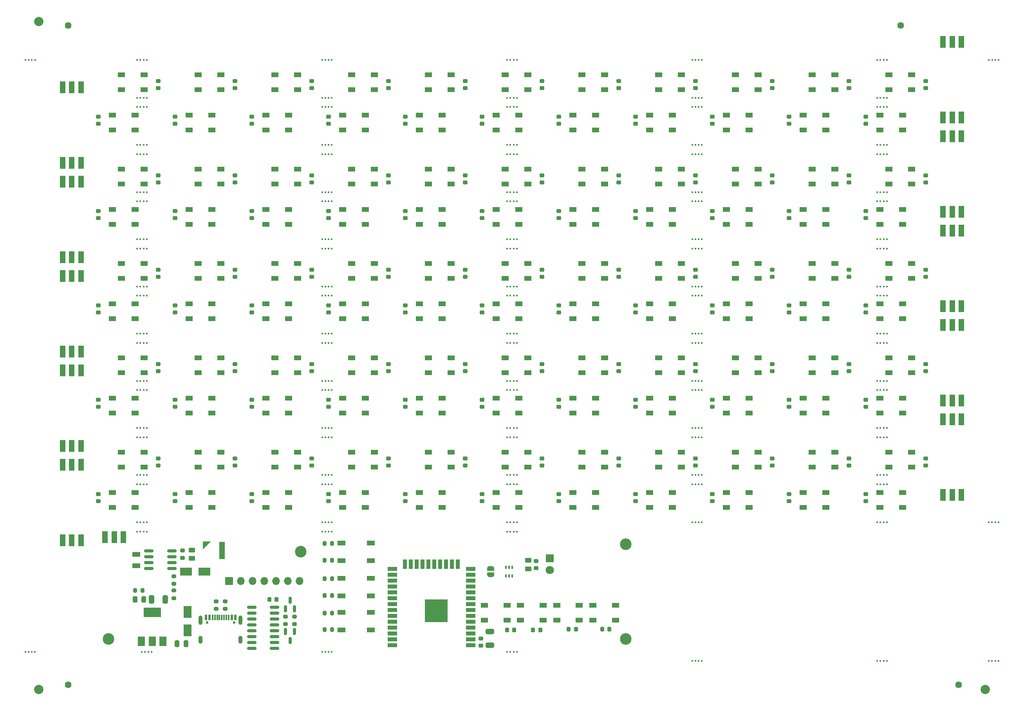
<source format=gts>
G04 #@! TF.GenerationSoftware,KiCad,Pcbnew,(6.0.2)*
G04 #@! TF.CreationDate,2022-08-28T20:21:12+12:00*
G04 #@! TF.ProjectId,Wordclock,576f7264-636c-46f6-936b-2e6b69636164,1*
G04 #@! TF.SameCoordinates,Original*
G04 #@! TF.FileFunction,Soldermask,Top*
G04 #@! TF.FilePolarity,Negative*
%FSLAX46Y46*%
G04 Gerber Fmt 4.6, Leading zero omitted, Abs format (unit mm)*
G04 Created by KiCad (PCBNEW (6.0.2)) date 2022-08-28 20:21:12*
%MOMM*%
%LPD*%
G01*
G04 APERTURE LIST*
G04 Aperture macros list*
%AMRoundRect*
0 Rectangle with rounded corners*
0 $1 Rounding radius*
0 $2 $3 $4 $5 $6 $7 $8 $9 X,Y pos of 4 corners*
0 Add a 4 corners polygon primitive as box body*
4,1,4,$2,$3,$4,$5,$6,$7,$8,$9,$2,$3,0*
0 Add four circle primitives for the rounded corners*
1,1,$1+$1,$2,$3*
1,1,$1+$1,$4,$5*
1,1,$1+$1,$6,$7*
1,1,$1+$1,$8,$9*
0 Add four rect primitives between the rounded corners*
20,1,$1+$1,$2,$3,$4,$5,0*
20,1,$1+$1,$4,$5,$6,$7,0*
20,1,$1+$1,$6,$7,$8,$9,0*
20,1,$1+$1,$8,$9,$2,$3,0*%
%AMOutline4P*
0 Free polygon, 4 corners , with rotation*
0 The origin of the aperture is its center*
0 number of corners: always 4*
0 $1 to $8 corner X, Y*
0 $9 Rotation angle, in degrees counterclockwise*
0 create outline with 4 corners*
4,1,4,$1,$2,$3,$4,$5,$6,$7,$8,$1,$2,$9*%
%AMFreePoly0*
4,1,22,0.500000,-0.750000,0.000000,-0.750000,0.000000,-0.745033,-0.079941,-0.743568,-0.215256,-0.701293,-0.333266,-0.622738,-0.424486,-0.514219,-0.481581,-0.384460,-0.499164,-0.250000,-0.500000,-0.250000,-0.500000,0.250000,-0.499164,0.250000,-0.499963,0.256109,-0.478152,0.396186,-0.417904,0.524511,-0.324060,0.630769,-0.204165,0.706417,-0.067858,0.745374,0.000000,0.744959,0.000000,0.750000,
0.500000,0.750000,0.500000,-0.750000,0.500000,-0.750000,$1*%
%AMFreePoly1*
4,1,20,0.000000,0.744959,0.073905,0.744508,0.209726,0.703889,0.328688,0.626782,0.421226,0.519385,0.479903,0.390333,0.500000,0.250000,0.500000,-0.250000,0.499851,-0.262216,0.476331,-0.402017,0.414519,-0.529596,0.319384,-0.634700,0.198574,-0.708877,0.061801,-0.746166,0.000000,-0.745033,0.000000,-0.750000,-0.500000,-0.750000,-0.500000,0.750000,0.000000,0.750000,0.000000,0.744959,
0.000000,0.744959,$1*%
G04 Aperture macros list end*
%ADD10RoundRect,0.150000X-0.825000X-0.150000X0.825000X-0.150000X0.825000X0.150000X-0.825000X0.150000X0*%
%ADD11C,0.400000*%
%ADD12RoundRect,0.225000X-0.250000X0.225000X-0.250000X-0.225000X0.250000X-0.225000X0.250000X0.225000X0*%
%ADD13R,1.800000X1.800000*%
%ADD14C,1.800000*%
%ADD15R,1.500000X1.000000*%
%ADD16C,2.000000*%
%ADD17RoundRect,0.225000X0.250000X-0.225000X0.250000X0.225000X-0.250000X0.225000X-0.250000X-0.225000X0*%
%ADD18RoundRect,0.200000X0.200000X0.275000X-0.200000X0.275000X-0.200000X-0.275000X0.200000X-0.275000X0*%
%ADD19FreePoly0,270.000000*%
%ADD20FreePoly1,270.000000*%
%ADD21RoundRect,0.200000X-0.275000X0.200000X-0.275000X-0.200000X0.275000X-0.200000X0.275000X0.200000X0*%
%ADD22R,1.800000X1.000000*%
%ADD23C,1.448000*%
%ADD24R,1.200000X2.500000*%
%ADD25C,2.500000*%
%ADD26RoundRect,0.250000X0.450000X-0.262500X0.450000X0.262500X-0.450000X0.262500X-0.450000X-0.262500X0*%
%ADD27RoundRect,0.200000X-0.200000X-0.275000X0.200000X-0.275000X0.200000X0.275000X-0.200000X0.275000X0*%
%ADD28R,1.700000X1.000000*%
%ADD29R,1.700000X1.700000*%
%ADD30O,1.700000X1.700000*%
%ADD31RoundRect,0.225000X0.225000X0.250000X-0.225000X0.250000X-0.225000X-0.250000X0.225000X-0.250000X0*%
%ADD32RoundRect,0.200000X0.275000X-0.200000X0.275000X0.200000X-0.275000X0.200000X-0.275000X-0.200000X0*%
%ADD33RoundRect,0.243750X0.243750X0.456250X-0.243750X0.456250X-0.243750X-0.456250X0.243750X-0.456250X0*%
%ADD34R,0.400000X0.650000*%
%ADD35R,2.000000X0.900000*%
%ADD36R,0.900000X2.000000*%
%ADD37R,5.000000X5.000000*%
%ADD38C,0.600000*%
%ADD39R,0.600000X1.160000*%
%ADD40R,0.300000X1.160000*%
%ADD41O,0.900000X1.700000*%
%ADD42O,0.900000X2.000000*%
%ADD43RoundRect,0.250000X-0.325000X-0.650000X0.325000X-0.650000X0.325000X0.650000X-0.325000X0.650000X0*%
%ADD44RoundRect,0.150000X0.150000X-0.587500X0.150000X0.587500X-0.150000X0.587500X-0.150000X-0.587500X0*%
%ADD45Outline4P,-1.299500X-0.650000X1.299500X-0.650000X0.000500X0.650000X-0.000500X0.650000X45.000000*%
%ADD46R,1.200000X3.700000*%
%ADD47RoundRect,0.150000X-0.150000X0.587500X-0.150000X-0.587500X0.150000X-0.587500X0.150000X0.587500X0*%
%ADD48R,2.500000X1.800000*%
%ADD49R,1.800000X2.500000*%
%ADD50RoundRect,0.225000X-0.225000X-0.250000X0.225000X-0.250000X0.225000X0.250000X-0.225000X0.250000X0*%
%ADD51RoundRect,0.250000X-0.250000X-0.475000X0.250000X-0.475000X0.250000X0.475000X-0.250000X0.475000X0*%
%ADD52RoundRect,0.250000X-0.650000X0.325000X-0.650000X-0.325000X0.650000X-0.325000X0.650000X0.325000X0*%
%ADD53R,1.500000X2.000000*%
%ADD54R,3.800000X2.000000*%
G04 APERTURE END LIST*
D10*
X82175000Y-150755000D03*
X82175000Y-152025000D03*
X82175000Y-153295000D03*
X82175000Y-154565000D03*
X82175000Y-155835000D03*
X82175000Y-157105000D03*
X82175000Y-158375000D03*
X82175000Y-159645000D03*
X87125000Y-159645000D03*
X87125000Y-158375000D03*
X87125000Y-157105000D03*
X87125000Y-155835000D03*
X87125000Y-154565000D03*
X87125000Y-153295000D03*
X87125000Y-152025000D03*
X87125000Y-150755000D03*
D11*
X57400000Y-63000000D03*
X58800000Y-61000000D03*
X59500000Y-63000000D03*
X57400000Y-61000000D03*
X58100000Y-63000000D03*
X59500000Y-61000000D03*
X58100000Y-61000000D03*
X58800000Y-63000000D03*
D12*
X131975000Y-65075000D03*
X131975000Y-66625000D03*
D11*
X242950000Y-162400000D03*
X242250000Y-162400000D03*
X241550000Y-162400000D03*
X243650000Y-162400000D03*
D13*
X146653965Y-140173446D03*
D14*
X146653965Y-142713446D03*
D11*
X178100000Y-32400000D03*
X177400000Y-32400000D03*
X179500000Y-32400000D03*
X178800000Y-32400000D03*
D15*
X151625000Y-125950000D03*
X151625000Y-129150000D03*
X156525000Y-129150000D03*
X156525000Y-125950000D03*
D16*
X36125000Y-24100000D03*
D15*
X201425000Y-125950000D03*
X201425000Y-129150000D03*
X206325000Y-129150000D03*
X206325000Y-125950000D03*
X224875000Y-100050000D03*
X224875000Y-96850000D03*
X219975000Y-96850000D03*
X219975000Y-100050000D03*
D12*
X165175000Y-105875000D03*
X165175000Y-107425000D03*
D17*
X161525000Y-99725000D03*
X161525000Y-98175000D03*
D11*
X35320000Y-160410000D03*
X34620000Y-160410000D03*
X33920000Y-160410000D03*
X33220000Y-160410000D03*
D12*
X181775000Y-126275000D03*
X181775000Y-127825000D03*
D17*
X61925000Y-38525000D03*
X61925000Y-36975000D03*
D18*
X99575000Y-155600000D03*
X97925000Y-155600000D03*
D19*
X133828965Y-142408446D03*
D20*
X133828965Y-143708446D03*
D12*
X65575000Y-65075000D03*
X65575000Y-66625000D03*
D15*
X85225000Y-64750000D03*
X85225000Y-67950000D03*
X90125000Y-67950000D03*
X90125000Y-64750000D03*
D11*
X137400000Y-83400000D03*
X138800000Y-83400000D03*
X138800000Y-81400000D03*
X139500000Y-81400000D03*
X138100000Y-83400000D03*
X139500000Y-83400000D03*
X138100000Y-81400000D03*
X137400000Y-81400000D03*
D21*
X76450000Y-149475000D03*
X76450000Y-151125000D03*
D15*
X108675000Y-100050000D03*
X108675000Y-96850000D03*
X103775000Y-96850000D03*
X103775000Y-100050000D03*
D11*
X178800000Y-81400000D03*
X178100000Y-83400000D03*
X179500000Y-81400000D03*
X178800000Y-83400000D03*
X177400000Y-83400000D03*
X177400000Y-81400000D03*
X178100000Y-81400000D03*
X179500000Y-83400000D03*
D12*
X65575000Y-105875000D03*
X65575000Y-107425000D03*
D17*
X67205000Y-140080000D03*
X67205000Y-138530000D03*
D11*
X178100000Y-71200000D03*
X178800000Y-73200000D03*
X178800000Y-71200000D03*
X178100000Y-73200000D03*
X179500000Y-71200000D03*
X177400000Y-71200000D03*
X179500000Y-73200000D03*
X177400000Y-73200000D03*
X217400000Y-50800000D03*
X219500000Y-50800000D03*
X219500000Y-52800000D03*
X217400000Y-52800000D03*
X218100000Y-52800000D03*
X218100000Y-50800000D03*
X218800000Y-52800000D03*
X218800000Y-50800000D03*
D15*
X58875000Y-100050000D03*
X58875000Y-96850000D03*
X53975000Y-96850000D03*
X53975000Y-100050000D03*
D18*
X99575000Y-148200000D03*
X97925000Y-148200000D03*
D11*
X219500000Y-132400000D03*
X218800000Y-132400000D03*
X217400000Y-132400000D03*
X218100000Y-132400000D03*
D15*
X85225000Y-44350000D03*
X85225000Y-47550000D03*
X90125000Y-47550000D03*
X90125000Y-44350000D03*
X224875000Y-120450000D03*
X224875000Y-117250000D03*
X219975000Y-117250000D03*
X219975000Y-120450000D03*
D22*
X57205000Y-141808446D03*
X57205000Y-139308446D03*
D11*
X98100000Y-50800000D03*
X97400000Y-52800000D03*
X98800000Y-50800000D03*
X97400000Y-50800000D03*
X99500000Y-50800000D03*
X99500000Y-52800000D03*
X98100000Y-52800000D03*
X98800000Y-52800000D03*
D15*
X168225000Y-105550000D03*
X168225000Y-108750000D03*
X173125000Y-108750000D03*
X173125000Y-105550000D03*
D17*
X194725000Y-99725000D03*
X194725000Y-98175000D03*
D15*
X158475000Y-79650000D03*
X158475000Y-76450000D03*
X153575000Y-76450000D03*
X153575000Y-79650000D03*
D23*
X222500000Y-25000000D03*
D15*
X52025000Y-125950000D03*
X52025000Y-129150000D03*
X56925000Y-129150000D03*
X56925000Y-125950000D03*
D24*
X235625000Y-44850000D03*
X233625000Y-44850000D03*
X231625000Y-44850000D03*
D11*
X58800000Y-40600000D03*
X59500000Y-42600000D03*
X59500000Y-40600000D03*
X57400000Y-40600000D03*
X57400000Y-42600000D03*
X58100000Y-40600000D03*
X58100000Y-42600000D03*
X58800000Y-42600000D03*
D12*
X82175000Y-65075000D03*
X82175000Y-66625000D03*
D17*
X194725000Y-38525000D03*
X194725000Y-36975000D03*
D12*
X181775000Y-44675000D03*
X181775000Y-46225000D03*
X48975000Y-105875000D03*
X48975000Y-107425000D03*
D17*
X161525000Y-79325000D03*
X161525000Y-77775000D03*
D15*
X68625000Y-85150000D03*
X68625000Y-88350000D03*
X73525000Y-88350000D03*
X73525000Y-85150000D03*
D17*
X128325000Y-99725000D03*
X128325000Y-98175000D03*
D11*
X243670000Y-32400000D03*
X241570000Y-32400000D03*
X242270000Y-32400000D03*
X242970000Y-32400000D03*
D15*
X68625000Y-105550000D03*
X68625000Y-108750000D03*
X73525000Y-108750000D03*
X73525000Y-105550000D03*
D12*
X48975000Y-85475000D03*
X48975000Y-87025000D03*
D25*
X163050000Y-157650000D03*
D17*
X61925000Y-58925000D03*
X61925000Y-57375000D03*
X95125000Y-79325000D03*
X95125000Y-77775000D03*
D12*
X148575000Y-105875000D03*
X148575000Y-107425000D03*
D11*
X218800000Y-162400000D03*
X218100000Y-162400000D03*
X219500000Y-162400000D03*
X217400000Y-162400000D03*
D12*
X214975000Y-85475000D03*
X214975000Y-87025000D03*
D15*
X135025000Y-125950000D03*
X135025000Y-129150000D03*
X139925000Y-129150000D03*
X139925000Y-125950000D03*
D12*
X148575000Y-44675000D03*
X148575000Y-46225000D03*
X214975000Y-44675000D03*
X214975000Y-46225000D03*
D11*
X179500000Y-132400000D03*
X178800000Y-132400000D03*
X178100000Y-132400000D03*
X177400000Y-132400000D03*
D24*
X235625000Y-85650000D03*
X233625000Y-85650000D03*
X231625000Y-85650000D03*
D15*
X224875000Y-79650000D03*
X224875000Y-76450000D03*
X219975000Y-76450000D03*
X219975000Y-79650000D03*
D12*
X148575000Y-85475000D03*
X148575000Y-87025000D03*
D17*
X111725000Y-99725000D03*
X111725000Y-98175000D03*
D15*
X75475000Y-120450000D03*
X75475000Y-117250000D03*
X70575000Y-117250000D03*
X70575000Y-120450000D03*
X208275000Y-100050000D03*
X208275000Y-96850000D03*
X203375000Y-96850000D03*
X203375000Y-100050000D03*
X92075000Y-120450000D03*
X92075000Y-117250000D03*
X87175000Y-117250000D03*
X87175000Y-120450000D03*
D17*
X178125000Y-79325000D03*
X178125000Y-77775000D03*
D12*
X98775000Y-85475000D03*
X98775000Y-87025000D03*
D10*
X59930000Y-138600000D03*
X59930000Y-139870000D03*
X59930000Y-141140000D03*
X59930000Y-142410000D03*
X64880000Y-142410000D03*
X64880000Y-141140000D03*
X64880000Y-139870000D03*
X64880000Y-138600000D03*
D17*
X78525000Y-120125000D03*
X78525000Y-118575000D03*
D15*
X151625000Y-105550000D03*
X151625000Y-108750000D03*
X156525000Y-108750000D03*
X156525000Y-105550000D03*
D26*
X141978965Y-142470946D03*
X141978965Y-140645946D03*
D21*
X91450000Y-152775000D03*
X91450000Y-154425000D03*
D12*
X181775000Y-65075000D03*
X181775000Y-66625000D03*
D27*
X97925000Y-137000000D03*
X99575000Y-137000000D03*
D12*
X198375000Y-85475000D03*
X198375000Y-87025000D03*
D15*
X184825000Y-125950000D03*
X184825000Y-129150000D03*
X189725000Y-129150000D03*
X189725000Y-125950000D03*
X175075000Y-38850000D03*
X175075000Y-35650000D03*
X170175000Y-35650000D03*
X170175000Y-38850000D03*
X168225000Y-64750000D03*
X168225000Y-67950000D03*
X173125000Y-67950000D03*
X173125000Y-64750000D03*
D11*
X217400000Y-32400000D03*
X218800000Y-32400000D03*
X218100000Y-32400000D03*
X219500000Y-32400000D03*
D28*
X107900000Y-144500000D03*
X101600000Y-144500000D03*
X101600000Y-148300000D03*
X107900000Y-148300000D03*
D11*
X98100000Y-93600000D03*
X98800000Y-91600000D03*
X97400000Y-91600000D03*
X99500000Y-93600000D03*
X98100000Y-91600000D03*
X98800000Y-93600000D03*
X99500000Y-91600000D03*
X97400000Y-93600000D03*
D16*
X36125000Y-168550000D03*
D15*
X108675000Y-79650000D03*
X108675000Y-76450000D03*
X103775000Y-76450000D03*
X103775000Y-79650000D03*
D11*
X33230000Y-32400000D03*
X33930000Y-32400000D03*
X35330000Y-32400000D03*
X34630000Y-32400000D03*
D24*
X41275000Y-79150000D03*
X43275000Y-79150000D03*
X45275000Y-79150000D03*
D11*
X138800000Y-32400000D03*
X138100000Y-32400000D03*
X137400000Y-32400000D03*
X139500000Y-32400000D03*
X178100000Y-122200000D03*
X177400000Y-124200000D03*
X177400000Y-122200000D03*
X179500000Y-122200000D03*
X179500000Y-124200000D03*
X178800000Y-122200000D03*
X178100000Y-124200000D03*
X178800000Y-124200000D03*
D15*
X92075000Y-100050000D03*
X92075000Y-96850000D03*
X87175000Y-96850000D03*
X87175000Y-100050000D03*
D11*
X99500000Y-61000000D03*
X98100000Y-61000000D03*
X98800000Y-61000000D03*
X98800000Y-63000000D03*
X97400000Y-61000000D03*
X98100000Y-63000000D03*
X97400000Y-63000000D03*
X99500000Y-63000000D03*
X218800000Y-103800000D03*
X217400000Y-103800000D03*
X217400000Y-101800000D03*
X218100000Y-101800000D03*
X219500000Y-101800000D03*
X219500000Y-103800000D03*
X218100000Y-103800000D03*
X218800000Y-101800000D03*
D17*
X178125000Y-120125000D03*
X178125000Y-118575000D03*
D29*
X77238965Y-145108446D03*
D30*
X79778965Y-145108446D03*
X82318965Y-145108446D03*
X84858965Y-145108446D03*
X87398965Y-145108446D03*
X89938965Y-145108446D03*
X92478965Y-145108446D03*
D15*
X218025000Y-44350000D03*
X218025000Y-47550000D03*
X222925000Y-47550000D03*
X222925000Y-44350000D03*
D11*
X58800000Y-114000000D03*
X59500000Y-112000000D03*
X58100000Y-112000000D03*
X57400000Y-114000000D03*
X58100000Y-114000000D03*
X57400000Y-112000000D03*
X58800000Y-112000000D03*
X59500000Y-114000000D03*
D21*
X74450000Y-149475000D03*
X74450000Y-151125000D03*
D15*
X184825000Y-105550000D03*
X184825000Y-108750000D03*
X189725000Y-108750000D03*
X189725000Y-105550000D03*
D11*
X178100000Y-63000000D03*
X179500000Y-61000000D03*
X178100000Y-61000000D03*
X178800000Y-63000000D03*
X177400000Y-61000000D03*
X178800000Y-61000000D03*
X177400000Y-63000000D03*
X179500000Y-63000000D03*
D17*
X161525000Y-120125000D03*
X161525000Y-118575000D03*
D15*
X118425000Y-85150000D03*
X118425000Y-88350000D03*
X123325000Y-88350000D03*
X123325000Y-85150000D03*
D27*
X56928965Y-147108446D03*
X58578965Y-147108446D03*
D24*
X41275000Y-99550000D03*
X43275000Y-99550000D03*
X45275000Y-99550000D03*
D12*
X165175000Y-44675000D03*
X165175000Y-46225000D03*
D15*
X75475000Y-100050000D03*
X75475000Y-96850000D03*
X70575000Y-96850000D03*
X70575000Y-100050000D03*
D17*
X178125000Y-99725000D03*
X178125000Y-98175000D03*
D31*
X152253965Y-155558446D03*
X150703965Y-155558446D03*
D15*
X175075000Y-59250000D03*
X175075000Y-56050000D03*
X170175000Y-56050000D03*
X170175000Y-59250000D03*
D24*
X41275000Y-119950000D03*
X43275000Y-119950000D03*
X45275000Y-119950000D03*
D11*
X139500000Y-63000000D03*
X139500000Y-61000000D03*
X138800000Y-63000000D03*
X138100000Y-61000000D03*
X138800000Y-61000000D03*
X138100000Y-63000000D03*
X137400000Y-61000000D03*
X137400000Y-63000000D03*
D24*
X235625000Y-89700000D03*
X233625000Y-89700000D03*
X231625000Y-89700000D03*
D15*
X145203965Y-153558446D03*
X145203965Y-150358446D03*
X140303965Y-150358446D03*
X140303965Y-153558446D03*
D17*
X144925000Y-120125000D03*
X144925000Y-118575000D03*
D11*
X218100000Y-71200000D03*
X218100000Y-73200000D03*
X218800000Y-73200000D03*
X217400000Y-73200000D03*
X217400000Y-71200000D03*
X219500000Y-71200000D03*
X218800000Y-71200000D03*
X219500000Y-73200000D03*
D15*
X101825000Y-44350000D03*
X101825000Y-47550000D03*
X106725000Y-47550000D03*
X106725000Y-44350000D03*
X58875000Y-59250000D03*
X58875000Y-56050000D03*
X53975000Y-56050000D03*
X53975000Y-59250000D03*
D32*
X89450000Y-154425000D03*
X89450000Y-152775000D03*
D11*
X137400000Y-93600000D03*
X139500000Y-93600000D03*
X138100000Y-93600000D03*
X138800000Y-91600000D03*
X137400000Y-91600000D03*
X139500000Y-91600000D03*
X138800000Y-93600000D03*
X138100000Y-91600000D03*
D15*
X201425000Y-85150000D03*
X201425000Y-88350000D03*
X206325000Y-88350000D03*
X206325000Y-85150000D03*
X58875000Y-38850000D03*
X58875000Y-35650000D03*
X53975000Y-35650000D03*
X53975000Y-38850000D03*
D17*
X227925000Y-38525000D03*
X227925000Y-36975000D03*
D33*
X58803965Y-149108446D03*
X56928965Y-149108446D03*
D12*
X98775000Y-126275000D03*
X98775000Y-127825000D03*
D15*
X125275000Y-120450000D03*
X125275000Y-117250000D03*
X120375000Y-117250000D03*
X120375000Y-120450000D03*
D34*
X138478965Y-142108446D03*
X137828965Y-142108446D03*
X137178965Y-142108446D03*
X137178965Y-144008446D03*
X137828965Y-144008446D03*
X138478965Y-144008446D03*
D15*
X75475000Y-79650000D03*
X75475000Y-76450000D03*
X70575000Y-76450000D03*
X70575000Y-79650000D03*
X151625000Y-64750000D03*
X151625000Y-67950000D03*
X156525000Y-67950000D03*
X156525000Y-64750000D03*
X168225000Y-85150000D03*
X168225000Y-88350000D03*
X173125000Y-88350000D03*
X173125000Y-85150000D03*
X151625000Y-44350000D03*
X151625000Y-47550000D03*
X156525000Y-47550000D03*
X156525000Y-44350000D03*
D12*
X48975000Y-126275000D03*
X48975000Y-127825000D03*
D15*
X108675000Y-59250000D03*
X108675000Y-56050000D03*
X103775000Y-56050000D03*
X103775000Y-59250000D03*
D17*
X61925000Y-99725000D03*
X61925000Y-98175000D03*
D12*
X131975000Y-126275000D03*
X131975000Y-127825000D03*
D15*
X141875000Y-100050000D03*
X141875000Y-96850000D03*
X136975000Y-96850000D03*
X136975000Y-100050000D03*
D12*
X115375000Y-126275000D03*
X115375000Y-127825000D03*
D15*
X208275000Y-79650000D03*
X208275000Y-76450000D03*
X203375000Y-76450000D03*
X203375000Y-79650000D03*
D12*
X131975000Y-105875000D03*
X131975000Y-107425000D03*
D15*
X85225000Y-85150000D03*
X85225000Y-88350000D03*
X90125000Y-88350000D03*
X90125000Y-85150000D03*
D17*
X161525000Y-38525000D03*
X161525000Y-36975000D03*
D15*
X92075000Y-38850000D03*
X92075000Y-35650000D03*
X87175000Y-35650000D03*
X87175000Y-38850000D03*
D21*
X65350000Y-144075000D03*
X65350000Y-145725000D03*
D23*
X42500000Y-167500000D03*
D15*
X125275000Y-59250000D03*
X125275000Y-56050000D03*
X120375000Y-56050000D03*
X120375000Y-59250000D03*
D12*
X198375000Y-105875000D03*
X198375000Y-107425000D03*
D15*
X68625000Y-125950000D03*
X68625000Y-129150000D03*
X73525000Y-129150000D03*
X73525000Y-125950000D03*
D17*
X144925000Y-79325000D03*
X144925000Y-77775000D03*
X144925000Y-38525000D03*
X144925000Y-36975000D03*
X111725000Y-38525000D03*
X111725000Y-36975000D03*
D15*
X208275000Y-59250000D03*
X208275000Y-56050000D03*
X203375000Y-56050000D03*
X203375000Y-59250000D03*
D25*
X51200000Y-157650000D03*
D24*
X41275000Y-115900000D03*
X43275000Y-115900000D03*
X45275000Y-115900000D03*
D15*
X168225000Y-125950000D03*
X168225000Y-129150000D03*
X173125000Y-129150000D03*
X173125000Y-125950000D03*
D35*
X129550000Y-159000000D03*
X129550000Y-157730000D03*
X129550000Y-156460000D03*
X129550000Y-155190000D03*
X129550000Y-153920000D03*
X129550000Y-152650000D03*
X129550000Y-151380000D03*
X129550000Y-150110000D03*
X129550000Y-148840000D03*
X129550000Y-147570000D03*
X129550000Y-146300000D03*
X129550000Y-145030000D03*
X129550000Y-143760000D03*
X129550000Y-142490000D03*
D36*
X126765000Y-141490000D03*
X125495000Y-141490000D03*
X124225000Y-141490000D03*
X122955000Y-141490000D03*
X121685000Y-141490000D03*
X120415000Y-141490000D03*
X119145000Y-141490000D03*
X117875000Y-141490000D03*
X116605000Y-141490000D03*
X115335000Y-141490000D03*
D35*
X112550000Y-142490000D03*
X112550000Y-143760000D03*
X112550000Y-145030000D03*
X112550000Y-146300000D03*
X112550000Y-147570000D03*
X112550000Y-148840000D03*
X112550000Y-150110000D03*
X112550000Y-151380000D03*
X112550000Y-152650000D03*
X112550000Y-153920000D03*
X112550000Y-155190000D03*
X112550000Y-156460000D03*
X112550000Y-157730000D03*
X112550000Y-159000000D03*
D37*
X122050000Y-151500000D03*
D24*
X50450000Y-135650000D03*
X52450000Y-135650000D03*
X54450000Y-135650000D03*
D15*
X108675000Y-120450000D03*
X108675000Y-117250000D03*
X103775000Y-117250000D03*
X103775000Y-120450000D03*
D12*
X82175000Y-44675000D03*
X82175000Y-46225000D03*
D28*
X101600000Y-151900000D03*
X107900000Y-151900000D03*
X101600000Y-155700000D03*
X107900000Y-155700000D03*
D11*
X138100000Y-42600000D03*
X138800000Y-42600000D03*
X137400000Y-42600000D03*
X139500000Y-40600000D03*
X138100000Y-40600000D03*
X138800000Y-40600000D03*
X139500000Y-42600000D03*
X137400000Y-40600000D03*
D38*
X78340000Y-154075000D03*
X72560000Y-154075000D03*
D39*
X72250000Y-153015000D03*
X73050000Y-153015000D03*
D40*
X74200000Y-153015000D03*
X75200000Y-153015000D03*
X75700000Y-153015000D03*
X76700000Y-153015000D03*
D39*
X77850000Y-153015000D03*
X78650000Y-153015000D03*
X78650000Y-153015000D03*
X77850000Y-153015000D03*
D40*
X77200000Y-153015000D03*
X76200000Y-153015000D03*
X74700000Y-153015000D03*
X73700000Y-153015000D03*
D39*
X73050000Y-153015000D03*
X72250000Y-153015000D03*
D41*
X79770000Y-157765000D03*
X71130000Y-157765000D03*
D42*
X79770000Y-153595000D03*
X71130000Y-153595000D03*
D15*
X153003965Y-153558446D03*
X153003965Y-150358446D03*
X148103965Y-150358446D03*
X148103965Y-153558446D03*
D24*
X41275000Y-136300000D03*
X43275000Y-136300000D03*
X45275000Y-136300000D03*
X41275000Y-54700000D03*
X43275000Y-54700000D03*
X45275000Y-54700000D03*
D12*
X214975000Y-65075000D03*
X214975000Y-66625000D03*
D11*
X219500000Y-124200000D03*
X218800000Y-124200000D03*
X219500000Y-122200000D03*
X217400000Y-122200000D03*
X218800000Y-122200000D03*
X217400000Y-124200000D03*
X218100000Y-122200000D03*
X218100000Y-124200000D03*
X138800000Y-134400000D03*
X139500000Y-134400000D03*
X138100000Y-132400000D03*
X138800000Y-132400000D03*
X138100000Y-134400000D03*
X139500000Y-132400000D03*
X137400000Y-132400000D03*
X137400000Y-134400000D03*
D17*
X78525000Y-99725000D03*
X78525000Y-98175000D03*
D11*
X178100000Y-91600000D03*
X178100000Y-93600000D03*
X177400000Y-93600000D03*
X179500000Y-91600000D03*
X178800000Y-93600000D03*
X178800000Y-91600000D03*
X179500000Y-93600000D03*
X177400000Y-91600000D03*
D15*
X175075000Y-120450000D03*
X175075000Y-117250000D03*
X170175000Y-117250000D03*
X170175000Y-120450000D03*
D17*
X95125000Y-38525000D03*
X95125000Y-36975000D03*
X178125000Y-38525000D03*
X178125000Y-36975000D03*
D12*
X148575000Y-65075000D03*
X148575000Y-66625000D03*
D15*
X118425000Y-125950000D03*
X118425000Y-129150000D03*
X123325000Y-129150000D03*
X123325000Y-125950000D03*
D28*
X101600000Y-136900000D03*
X107900000Y-136900000D03*
X107900000Y-140700000D03*
X101600000Y-140700000D03*
D15*
X75475000Y-59250000D03*
X75475000Y-56050000D03*
X70575000Y-56050000D03*
X70575000Y-59250000D03*
D31*
X87525000Y-149100000D03*
X85975000Y-149100000D03*
D11*
X217400000Y-83400000D03*
X218100000Y-83400000D03*
X219500000Y-83400000D03*
X219500000Y-81400000D03*
X218800000Y-83400000D03*
X218800000Y-81400000D03*
X217400000Y-81400000D03*
X218100000Y-81400000D03*
D15*
X191675000Y-38850000D03*
X191675000Y-35650000D03*
X186775000Y-35650000D03*
X186775000Y-38850000D03*
D12*
X148575000Y-126275000D03*
X148575000Y-127825000D03*
D24*
X235625000Y-110100000D03*
X233625000Y-110100000D03*
X231625000Y-110100000D03*
D12*
X181775000Y-105875000D03*
X181775000Y-107425000D03*
D31*
X159475000Y-155558446D03*
X157925000Y-155558446D03*
D11*
X178100000Y-114000000D03*
X177400000Y-112000000D03*
X177400000Y-114000000D03*
X178800000Y-112000000D03*
X178800000Y-114000000D03*
X179500000Y-112000000D03*
X179500000Y-114000000D03*
X178100000Y-112000000D03*
D43*
X60528965Y-149108446D03*
X63478965Y-149108446D03*
D23*
X42500000Y-25000000D03*
D17*
X128325000Y-120125000D03*
X128325000Y-118575000D03*
D15*
X101825000Y-85150000D03*
X101825000Y-88350000D03*
X106725000Y-88350000D03*
X106725000Y-85150000D03*
D26*
X69205000Y-140217500D03*
X69205000Y-138392500D03*
D17*
X194725000Y-120125000D03*
X194725000Y-118575000D03*
D44*
X89500000Y-151137500D03*
X91400000Y-151137500D03*
X90450000Y-149262500D03*
D17*
X95125000Y-120125000D03*
X95125000Y-118575000D03*
D11*
X98800000Y-40600000D03*
X97400000Y-40600000D03*
X98800000Y-42600000D03*
X99500000Y-42600000D03*
X99500000Y-40600000D03*
X98100000Y-40600000D03*
X97400000Y-42600000D03*
X98100000Y-42600000D03*
D12*
X82175000Y-126275000D03*
X82175000Y-127825000D03*
D11*
X217400000Y-61000000D03*
X218800000Y-61000000D03*
X217400000Y-63000000D03*
X219500000Y-61000000D03*
X218100000Y-63000000D03*
X218800000Y-63000000D03*
X218100000Y-61000000D03*
X219500000Y-63000000D03*
D15*
X125275000Y-79650000D03*
X125275000Y-76450000D03*
X120375000Y-76450000D03*
X120375000Y-79650000D03*
D12*
X98775000Y-105875000D03*
X98775000Y-107425000D03*
D15*
X125275000Y-100050000D03*
X125275000Y-96850000D03*
X120375000Y-96850000D03*
X120375000Y-100050000D03*
X118425000Y-64750000D03*
X118425000Y-67950000D03*
X123325000Y-67950000D03*
X123325000Y-64750000D03*
D11*
X58800000Y-50800000D03*
X58100000Y-52800000D03*
X59500000Y-50800000D03*
X57400000Y-52800000D03*
X58100000Y-50800000D03*
X59500000Y-52800000D03*
X58800000Y-52800000D03*
X57400000Y-50800000D03*
D15*
X218025000Y-105550000D03*
X218025000Y-108750000D03*
X222925000Y-108750000D03*
X222925000Y-105550000D03*
D27*
X97925000Y-144600000D03*
X99575000Y-144600000D03*
D17*
X78525000Y-58925000D03*
X78525000Y-57375000D03*
D15*
X184825000Y-44350000D03*
X184825000Y-47550000D03*
X189725000Y-47550000D03*
X189725000Y-44350000D03*
D11*
X138100000Y-52800000D03*
X139500000Y-50800000D03*
X139500000Y-52800000D03*
X138100000Y-50800000D03*
X138800000Y-50800000D03*
X138800000Y-52800000D03*
X137400000Y-50800000D03*
X137400000Y-52800000D03*
D12*
X115375000Y-44675000D03*
X115375000Y-46225000D03*
D27*
X97928965Y-152008446D03*
X99578965Y-152008446D03*
D12*
X198375000Y-44675000D03*
X198375000Y-46225000D03*
D23*
X235000000Y-167500000D03*
D45*
X71989590Y-137008446D03*
D46*
X75789590Y-138458446D03*
D24*
X41275000Y-58750000D03*
X43275000Y-58750000D03*
X45275000Y-58750000D03*
D15*
X158475000Y-120450000D03*
X158475000Y-117250000D03*
X153575000Y-117250000D03*
X153575000Y-120450000D03*
D11*
X97400000Y-132400000D03*
X98800000Y-132400000D03*
X99500000Y-134400000D03*
X97400000Y-134400000D03*
X98100000Y-132400000D03*
X98800000Y-134400000D03*
X99500000Y-132400000D03*
X98100000Y-134400000D03*
X137400000Y-114000000D03*
X139500000Y-112000000D03*
X138100000Y-114000000D03*
X137400000Y-112000000D03*
X138800000Y-114000000D03*
X138100000Y-112000000D03*
X138800000Y-112000000D03*
X139500000Y-114000000D03*
D24*
X41275000Y-38350000D03*
X43275000Y-38350000D03*
X45275000Y-38350000D03*
D17*
X161525000Y-58925000D03*
X161525000Y-57375000D03*
D15*
X158475000Y-59250000D03*
X158475000Y-56050000D03*
X153575000Y-56050000D03*
X153575000Y-59250000D03*
D11*
X99500000Y-32400000D03*
X98800000Y-32400000D03*
X97400000Y-32400000D03*
X98100000Y-32400000D03*
D47*
X91400000Y-156062500D03*
X89500000Y-156062500D03*
X90450000Y-157937500D03*
D15*
X68625000Y-44350000D03*
X68625000Y-47550000D03*
X73525000Y-47550000D03*
X73525000Y-44350000D03*
X151625000Y-85150000D03*
X151625000Y-88350000D03*
X156525000Y-88350000D03*
X156525000Y-85150000D03*
D48*
X67978965Y-143058446D03*
X71978965Y-143058446D03*
D15*
X141875000Y-120450000D03*
X141875000Y-117250000D03*
X136975000Y-117250000D03*
X136975000Y-120450000D03*
D18*
X99575000Y-140600000D03*
X97925000Y-140600000D03*
D15*
X75475000Y-38850000D03*
X75475000Y-35650000D03*
X70575000Y-35650000D03*
X70575000Y-38850000D03*
X218025000Y-64750000D03*
X218025000Y-67950000D03*
X222925000Y-67950000D03*
X222925000Y-64750000D03*
D11*
X219500000Y-40600000D03*
X217400000Y-42600000D03*
X217400000Y-40600000D03*
X218800000Y-40600000D03*
X219500000Y-42600000D03*
X218100000Y-40600000D03*
X218800000Y-42600000D03*
X218100000Y-42600000D03*
X98100000Y-122200000D03*
X98100000Y-124200000D03*
X99500000Y-122200000D03*
X97400000Y-124200000D03*
X97400000Y-122200000D03*
X99500000Y-124200000D03*
X98800000Y-124200000D03*
X98800000Y-122200000D03*
D17*
X61925000Y-120125000D03*
X61925000Y-118575000D03*
D15*
X108675000Y-38850000D03*
X108675000Y-35650000D03*
X103775000Y-35650000D03*
X103775000Y-38850000D03*
D12*
X165175000Y-85475000D03*
X165175000Y-87025000D03*
X82175000Y-85475000D03*
X82175000Y-87025000D03*
X181775000Y-85475000D03*
X181775000Y-87025000D03*
D15*
X135025000Y-105550000D03*
X135025000Y-108750000D03*
X139925000Y-108750000D03*
X139925000Y-105550000D03*
D11*
X58100000Y-134400000D03*
X58800000Y-134400000D03*
X58100000Y-132400000D03*
X57400000Y-134400000D03*
X58800000Y-132400000D03*
X57400000Y-132400000D03*
X59500000Y-132400000D03*
X59500000Y-134400000D03*
D15*
X208275000Y-120450000D03*
X208275000Y-117250000D03*
X203375000Y-117250000D03*
X203375000Y-120450000D03*
X92075000Y-79650000D03*
X92075000Y-76450000D03*
X87175000Y-76450000D03*
X87175000Y-79650000D03*
D11*
X59500000Y-32400000D03*
X58800000Y-32400000D03*
X57400000Y-32400000D03*
X58100000Y-32400000D03*
X138800000Y-103800000D03*
X138800000Y-101800000D03*
X137400000Y-101800000D03*
X138100000Y-101800000D03*
X138100000Y-103800000D03*
X137400000Y-103800000D03*
X139500000Y-101800000D03*
X139500000Y-103800000D03*
D12*
X48975000Y-65075000D03*
X48975000Y-66625000D03*
X165175000Y-65075000D03*
X165175000Y-66625000D03*
D11*
X138100000Y-71200000D03*
X138800000Y-71200000D03*
X138800000Y-73200000D03*
X139500000Y-71200000D03*
X137400000Y-73200000D03*
X138100000Y-73200000D03*
X139500000Y-73200000D03*
X137400000Y-71200000D03*
D15*
X158475000Y-100050000D03*
X158475000Y-96850000D03*
X153575000Y-96850000D03*
X153575000Y-100050000D03*
D17*
X95125000Y-99725000D03*
X95125000Y-98175000D03*
D15*
X141875000Y-79650000D03*
X141875000Y-76450000D03*
X136975000Y-76450000D03*
X136975000Y-79650000D03*
D24*
X235625000Y-48900000D03*
X233625000Y-48900000D03*
X231625000Y-48900000D03*
D15*
X201425000Y-64750000D03*
X201425000Y-67950000D03*
X206325000Y-67950000D03*
X206325000Y-64750000D03*
D24*
X235625000Y-106050000D03*
X233625000Y-106050000D03*
X231625000Y-106050000D03*
D11*
X58100000Y-71200000D03*
X59500000Y-71200000D03*
X58800000Y-73200000D03*
X58800000Y-71200000D03*
X57400000Y-71200000D03*
X57400000Y-73200000D03*
X59500000Y-73200000D03*
X58100000Y-73200000D03*
D15*
X218025000Y-125950000D03*
X218025000Y-129150000D03*
X222925000Y-129150000D03*
X222925000Y-125950000D03*
D25*
X163050000Y-137150000D03*
D12*
X131975000Y-85475000D03*
X131975000Y-87025000D03*
D11*
X98100000Y-101800000D03*
X97400000Y-103800000D03*
X98800000Y-101800000D03*
X98100000Y-103800000D03*
X99500000Y-103800000D03*
X97400000Y-101800000D03*
X98800000Y-103800000D03*
X99500000Y-101800000D03*
D17*
X178125000Y-58925000D03*
X178125000Y-57375000D03*
D49*
X68328965Y-155808446D03*
X68328965Y-151808446D03*
D11*
X98100000Y-114000000D03*
X99500000Y-112000000D03*
X99500000Y-114000000D03*
X97400000Y-112000000D03*
X98100000Y-112000000D03*
X97400000Y-114000000D03*
X98800000Y-114000000D03*
X98800000Y-112000000D03*
D17*
X61925000Y-79325000D03*
X61925000Y-77775000D03*
D11*
X98100000Y-81400000D03*
X98800000Y-83400000D03*
X97400000Y-83400000D03*
X98800000Y-81400000D03*
X99500000Y-81400000D03*
X97400000Y-81400000D03*
X99500000Y-83400000D03*
X98100000Y-83400000D03*
D16*
X36125000Y-24100000D03*
D15*
X118425000Y-105550000D03*
X118425000Y-108750000D03*
X123325000Y-108750000D03*
X123325000Y-105550000D03*
D25*
X92800000Y-138750000D03*
D11*
X97400000Y-160400000D03*
X98800000Y-160400000D03*
X99500000Y-160400000D03*
X98100000Y-160400000D03*
D32*
X65350000Y-148825000D03*
X65350000Y-147175000D03*
D15*
X141875000Y-59250000D03*
X141875000Y-56050000D03*
X136975000Y-56050000D03*
X136975000Y-59250000D03*
D17*
X227925000Y-99725000D03*
X227925000Y-98175000D03*
D11*
X139500000Y-122200000D03*
X139500000Y-124200000D03*
X138100000Y-122200000D03*
X138800000Y-122200000D03*
X138100000Y-124200000D03*
X137400000Y-124200000D03*
X138800000Y-124200000D03*
X137400000Y-122200000D03*
D17*
X144925000Y-58925000D03*
X144925000Y-57375000D03*
D11*
X178100000Y-101800000D03*
X178800000Y-101800000D03*
X178800000Y-103800000D03*
X177400000Y-101800000D03*
X179500000Y-103800000D03*
X178100000Y-103800000D03*
X177400000Y-103800000D03*
X179500000Y-101800000D03*
D12*
X214975000Y-126275000D03*
X214975000Y-127825000D03*
D15*
X184825000Y-85150000D03*
X184825000Y-88350000D03*
X189725000Y-88350000D03*
X189725000Y-85150000D03*
D17*
X95125000Y-58925000D03*
X95125000Y-57375000D03*
D11*
X179500000Y-52800000D03*
X178100000Y-50800000D03*
X178100000Y-52800000D03*
X177400000Y-52800000D03*
X177400000Y-50800000D03*
X179500000Y-50800000D03*
X178800000Y-50800000D03*
X178800000Y-52800000D03*
D15*
X184825000Y-64750000D03*
X184825000Y-67950000D03*
X189725000Y-67950000D03*
X189725000Y-64750000D03*
D12*
X131678965Y-157533446D03*
X131678965Y-159083446D03*
D15*
X191675000Y-79650000D03*
X191675000Y-76450000D03*
X186775000Y-76450000D03*
X186775000Y-79650000D03*
X135025000Y-44350000D03*
X135025000Y-47550000D03*
X139925000Y-47550000D03*
X139925000Y-44350000D03*
D12*
X115375000Y-105875000D03*
X115375000Y-107425000D03*
D17*
X227925000Y-120125000D03*
X227925000Y-118575000D03*
D15*
X92075000Y-59250000D03*
X92075000Y-56050000D03*
X87175000Y-56050000D03*
X87175000Y-59250000D03*
D12*
X198375000Y-126275000D03*
X198375000Y-127825000D03*
D31*
X144553965Y-155658446D03*
X143003965Y-155658446D03*
D15*
X58875000Y-120450000D03*
X58875000Y-117250000D03*
X53975000Y-117250000D03*
X53975000Y-120450000D03*
D11*
X178100000Y-40600000D03*
X179500000Y-40600000D03*
X179500000Y-42600000D03*
X178800000Y-40600000D03*
X177400000Y-42600000D03*
X178800000Y-42600000D03*
X178100000Y-42600000D03*
X177400000Y-40600000D03*
X178800000Y-162400000D03*
X178100000Y-162400000D03*
X177400000Y-162400000D03*
X179500000Y-162400000D03*
D12*
X98775000Y-44675000D03*
X98775000Y-46225000D03*
X65575000Y-85475000D03*
X65575000Y-87025000D03*
X214975000Y-105875000D03*
X214975000Y-107425000D03*
D24*
X235625000Y-65250000D03*
X233625000Y-65250000D03*
X231625000Y-65250000D03*
D15*
X58875000Y-79650000D03*
X58875000Y-76450000D03*
X53975000Y-76450000D03*
X53975000Y-79650000D03*
X175075000Y-100050000D03*
X175075000Y-96850000D03*
X170175000Y-96850000D03*
X170175000Y-100050000D03*
X101825000Y-105550000D03*
X101825000Y-108750000D03*
X106725000Y-108750000D03*
X106725000Y-105550000D03*
D11*
X58100000Y-91600000D03*
X59500000Y-93600000D03*
X58800000Y-91600000D03*
X58100000Y-93600000D03*
X57400000Y-93600000D03*
X58800000Y-93600000D03*
X59500000Y-91600000D03*
X57400000Y-91600000D03*
X138100000Y-160400000D03*
X137400000Y-160400000D03*
X138800000Y-160400000D03*
X139500000Y-160400000D03*
D17*
X211325000Y-120125000D03*
X211325000Y-118575000D03*
D15*
X118425000Y-44350000D03*
X118425000Y-47550000D03*
X123325000Y-47550000D03*
X123325000Y-44350000D03*
D12*
X65575000Y-44675000D03*
X65575000Y-46225000D03*
X115375000Y-65075000D03*
X115375000Y-66625000D03*
D15*
X52025000Y-44350000D03*
X52025000Y-47550000D03*
X56925000Y-47550000D03*
X56925000Y-44350000D03*
D50*
X137403965Y-155658446D03*
X138953965Y-155658446D03*
D15*
X85225000Y-105550000D03*
X85225000Y-108750000D03*
X90125000Y-108750000D03*
X90125000Y-105550000D03*
X160803965Y-153558446D03*
X160803965Y-150358446D03*
X155903965Y-150358446D03*
X155903965Y-153558446D03*
X158475000Y-38850000D03*
X158475000Y-35650000D03*
X153575000Y-35650000D03*
X153575000Y-38850000D03*
D17*
X144925000Y-99725000D03*
X144925000Y-98175000D03*
X143678965Y-142333446D03*
X143678965Y-140783446D03*
X128325000Y-79325000D03*
X128325000Y-77775000D03*
D51*
X66028965Y-158608446D03*
X67928965Y-158608446D03*
D11*
X218100000Y-91600000D03*
X218100000Y-93600000D03*
X218800000Y-93600000D03*
X217400000Y-91600000D03*
X218800000Y-91600000D03*
X217400000Y-93600000D03*
X219500000Y-91600000D03*
X219500000Y-93600000D03*
D24*
X41275000Y-75100000D03*
X43275000Y-75100000D03*
X45275000Y-75100000D03*
D17*
X211325000Y-38525000D03*
X211325000Y-36975000D03*
D11*
X59500000Y-101800000D03*
X58800000Y-101800000D03*
X57400000Y-101800000D03*
X58100000Y-101800000D03*
X58100000Y-103800000D03*
X59500000Y-103800000D03*
X57400000Y-103800000D03*
X58800000Y-103800000D03*
D15*
X201425000Y-105550000D03*
X201425000Y-108750000D03*
X206325000Y-108750000D03*
X206325000Y-105550000D03*
D17*
X211325000Y-58925000D03*
X211325000Y-57375000D03*
D12*
X98775000Y-65075000D03*
X98775000Y-66625000D03*
D15*
X141875000Y-38850000D03*
X141875000Y-35650000D03*
X136975000Y-35650000D03*
X136975000Y-38850000D03*
D52*
X133628965Y-156058446D03*
X133628965Y-159008446D03*
D15*
X135025000Y-85150000D03*
X135025000Y-88350000D03*
X139925000Y-88350000D03*
X139925000Y-85150000D03*
X208275000Y-38850000D03*
X208275000Y-35650000D03*
X203375000Y-35650000D03*
X203375000Y-38850000D03*
X52025000Y-85150000D03*
X52025000Y-88350000D03*
X56925000Y-88350000D03*
X56925000Y-85150000D03*
D12*
X65575000Y-126275000D03*
X65575000Y-127825000D03*
D11*
X99500000Y-73200000D03*
X98800000Y-71200000D03*
X97400000Y-73200000D03*
X98100000Y-73200000D03*
X98800000Y-73200000D03*
X99500000Y-71200000D03*
X97400000Y-71200000D03*
X98100000Y-71200000D03*
D24*
X235625000Y-28500000D03*
X233625000Y-28500000D03*
X231625000Y-28500000D03*
D15*
X191675000Y-120450000D03*
X191675000Y-117250000D03*
X186775000Y-117250000D03*
X186775000Y-120450000D03*
D17*
X227925000Y-58925000D03*
X227925000Y-57375000D03*
D15*
X101825000Y-64750000D03*
X101825000Y-67950000D03*
X106725000Y-67950000D03*
X106725000Y-64750000D03*
D17*
X111725000Y-79325000D03*
X111725000Y-77775000D03*
D15*
X218025000Y-85150000D03*
X218025000Y-88350000D03*
X222925000Y-88350000D03*
X222925000Y-85150000D03*
X135025000Y-64750000D03*
X135025000Y-67950000D03*
X139925000Y-67950000D03*
X139925000Y-64750000D03*
D24*
X235625000Y-126450000D03*
X233625000Y-126450000D03*
X231625000Y-126450000D03*
X41275000Y-95500000D03*
X43275000Y-95500000D03*
X45275000Y-95500000D03*
D17*
X78525000Y-38525000D03*
X78525000Y-36975000D03*
D11*
X243650000Y-132400000D03*
X242250000Y-132400000D03*
X242950000Y-132400000D03*
X241550000Y-132400000D03*
D53*
X58350000Y-158150000D03*
X60650000Y-158150000D03*
D54*
X60650000Y-151850000D03*
D53*
X62950000Y-158150000D03*
D12*
X131975000Y-44675000D03*
X131975000Y-46225000D03*
D15*
X191675000Y-100050000D03*
X191675000Y-96850000D03*
X186775000Y-96850000D03*
X186775000Y-100050000D03*
D12*
X198375000Y-65075000D03*
X198375000Y-66625000D03*
D15*
X191675000Y-59250000D03*
X191675000Y-56050000D03*
X186775000Y-56050000D03*
X186775000Y-59250000D03*
X137403965Y-153558446D03*
X137403965Y-150358446D03*
X132503965Y-150358446D03*
X132503965Y-153558446D03*
D24*
X235625000Y-69300000D03*
X233625000Y-69300000D03*
X231625000Y-69300000D03*
D15*
X224875000Y-59250000D03*
X224875000Y-56050000D03*
X219975000Y-56050000D03*
X219975000Y-59250000D03*
X52025000Y-64750000D03*
X52025000Y-67950000D03*
X56925000Y-67950000D03*
X56925000Y-64750000D03*
X85225000Y-125950000D03*
X85225000Y-129150000D03*
X90125000Y-129150000D03*
X90125000Y-125950000D03*
D12*
X48975000Y-44675000D03*
X48975000Y-46225000D03*
X115375000Y-85475000D03*
X115375000Y-87025000D03*
D15*
X52025000Y-105550000D03*
X52025000Y-108750000D03*
X56925000Y-108750000D03*
X56925000Y-105550000D03*
X68625000Y-64750000D03*
X68625000Y-67950000D03*
X73525000Y-67950000D03*
X73525000Y-64750000D03*
D12*
X82175000Y-105875000D03*
X82175000Y-107425000D03*
D15*
X125275000Y-38850000D03*
X125275000Y-35650000D03*
X120375000Y-35650000D03*
X120375000Y-38850000D03*
D17*
X111725000Y-120125000D03*
X111725000Y-118575000D03*
D16*
X240775000Y-168550000D03*
D17*
X78525000Y-79325000D03*
X78525000Y-77775000D03*
X111725000Y-58925000D03*
X111725000Y-57375000D03*
D15*
X175075000Y-79650000D03*
X175075000Y-76450000D03*
X170175000Y-76450000D03*
X170175000Y-79650000D03*
D17*
X211325000Y-99725000D03*
X211325000Y-98175000D03*
D12*
X165175000Y-126275000D03*
X165175000Y-127825000D03*
D15*
X224875000Y-38850000D03*
X224875000Y-35650000D03*
X219975000Y-35650000D03*
X219975000Y-38850000D03*
D17*
X194725000Y-58925000D03*
X194725000Y-57375000D03*
D11*
X58100000Y-124200000D03*
X58100000Y-122200000D03*
X58800000Y-124200000D03*
X57400000Y-124200000D03*
X59500000Y-124200000D03*
X57400000Y-122200000D03*
X58800000Y-122200000D03*
X59500000Y-122200000D03*
D15*
X168225000Y-44350000D03*
X168225000Y-47550000D03*
X173125000Y-47550000D03*
X173125000Y-44350000D03*
D17*
X194725000Y-79325000D03*
X194725000Y-77775000D03*
X128325000Y-58925000D03*
X128325000Y-57375000D03*
X227925000Y-79325000D03*
X227925000Y-77775000D03*
D11*
X58400000Y-160400000D03*
X59100000Y-160400000D03*
X59800000Y-160400000D03*
X60500000Y-160400000D03*
D17*
X211325000Y-79325000D03*
X211325000Y-77775000D03*
D15*
X101825000Y-125950000D03*
X101825000Y-129150000D03*
X106725000Y-129150000D03*
X106725000Y-125950000D03*
D17*
X128325000Y-38525000D03*
X128325000Y-36975000D03*
D11*
X218100000Y-114000000D03*
X217400000Y-114000000D03*
X218100000Y-112000000D03*
X218800000Y-114000000D03*
X217400000Y-112000000D03*
X219500000Y-114000000D03*
X219500000Y-112000000D03*
X218800000Y-112000000D03*
X58800000Y-83400000D03*
X58800000Y-81400000D03*
X57400000Y-81400000D03*
X59500000Y-83400000D03*
X59500000Y-81400000D03*
X57400000Y-83400000D03*
X58100000Y-83400000D03*
X58100000Y-81400000D03*
D15*
X201425000Y-44350000D03*
X201425000Y-47550000D03*
X206325000Y-47550000D03*
X206325000Y-44350000D03*
M02*

</source>
